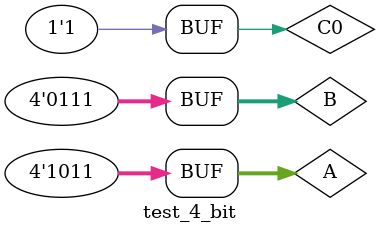
<source format=sv>
module test_4_bit;
  
     reg [3:0] A;
     reg [3:0] B;
     reg C0;
     wire [3:0] S;
     wire C4;
  four_bit_adder dut(.A(A),.B(B),.C0(C0),.S(S),.C4(C4));    
     initial begin
      #10 A = 4'b0011;B=4'b0011;C0 = 1'b0; 
      #10 A = 4'b1011;B=4'b0111;C0 = 1'b1; 
     end
	 initial begin
       $monitor("$time A=%b,B=%b,C0=%b,S=%b,C4=%b \n",A,B,C0,S,C4);
		 end
endmodule
</source>
